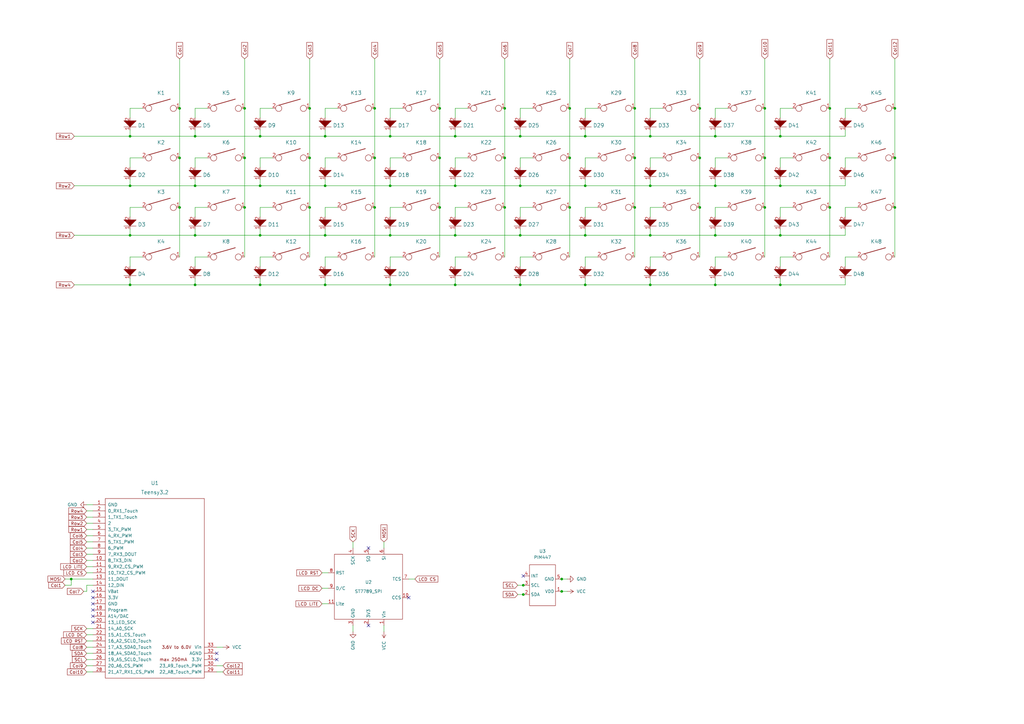
<source format=kicad_sch>
(kicad_sch (version 20211123) (generator eeschema)
  (paper "A3")
  (junction (at 133.35 55.88))
  (junction (at 266.7 76.2))
  (junction (at 207.01 64.77))
  (junction (at 53.34 116.84))
  (junction (at 240.03 76.2))
  (junction (at 180.34 64.77))
  (junction (at 240.03 116.84))
  (junction (at 160.02 55.88))
  (junction (at 260.35 85.09))
  (junction (at 127 64.77))
  (junction (at 287.02 85.09))
  (junction (at 53.34 55.88))
  (junction (at 266.7 96.52))
  (junction (at 240.03 55.88))
  (junction (at 29.21 237.49))
  (junction (at 213.36 55.88))
  (junction (at 180.34 44.45))
  (junction (at 186.69 116.84))
  (junction (at 153.67 64.77))
  (junction (at 233.68 64.77))
  (junction (at 320.04 55.88))
  (junction (at 240.03 96.52))
  (junction (at 313.69 85.09))
  (junction (at 320.04 96.52))
  (junction (at 320.04 116.84))
  (junction (at 127 85.09))
  (junction (at 100.33 85.09))
  (junction (at 213.36 116.84))
  (junction (at 53.34 76.2))
  (junction (at 80.01 55.88))
  (junction (at 313.69 64.77))
  (junction (at 367.03 85.09))
  (junction (at 100.33 44.45))
  (junction (at 80.01 76.2))
  (junction (at 213.36 76.2))
  (junction (at 133.35 116.84))
  (junction (at 320.04 76.2))
  (junction (at 106.68 55.88))
  (junction (at 287.02 44.45))
  (junction (at 293.37 96.52))
  (junction (at 214.63 240.03))
  (junction (at 127 44.45))
  (junction (at 260.35 64.77))
  (junction (at 230.378 242.57))
  (junction (at 293.37 116.84))
  (junction (at 207.01 44.45))
  (junction (at 207.01 85.09))
  (junction (at 340.36 44.45))
  (junction (at 367.03 44.45))
  (junction (at 213.36 96.52))
  (junction (at 186.69 76.2))
  (junction (at 367.03 64.77))
  (junction (at 106.68 116.84))
  (junction (at 287.02 64.77))
  (junction (at 293.37 76.2))
  (junction (at 186.69 96.52))
  (junction (at 160.02 76.2))
  (junction (at 340.36 64.77))
  (junction (at 160.02 116.84))
  (junction (at 233.68 85.09))
  (junction (at 160.02 96.52))
  (junction (at 73.66 85.09))
  (junction (at 293.37 55.88))
  (junction (at 340.36 85.09))
  (junction (at 80.01 116.84))
  (junction (at 266.7 116.84))
  (junction (at 313.69 44.45))
  (junction (at 106.68 76.2))
  (junction (at 153.67 85.09))
  (junction (at 73.66 64.77))
  (junction (at 153.67 44.45))
  (junction (at 233.68 44.45))
  (junction (at 186.69 55.88))
  (junction (at 133.35 76.2))
  (junction (at 100.33 64.77))
  (junction (at 80.01 96.52))
  (junction (at 266.7 55.88))
  (junction (at 73.66 44.45))
  (junction (at 260.35 44.45))
  (junction (at 53.34 96.52))
  (junction (at 180.34 85.09))
  (junction (at 230.378 237.49))
  (junction (at 133.35 96.52))
  (junction (at 106.68 96.52))
  (junction (at 214.63 243.84))
  (no_connect (at 151.13 224.79))
  (no_connect (at 214.63 236.22))
  (no_connect (at 167.64 245.11))
  (no_connect (at 151.13 256.54))
  (no_connect (at 88.9 267.97))
  (no_connect (at 88.9 270.51))
  (no_connect (at 38.1 255.27))
  (no_connect (at 38.1 252.73))
  (no_connect (at 38.1 250.19))
  (no_connect (at 38.1 247.65))
  (no_connect (at 38.1 242.57))
  (no_connect (at 38.1 245.11))
  (wire (pts (xy 266.7 85.09) (xy 271.78 85.09)))
  (wire (pts (xy 266.7 68.58) (xy 266.7 64.77)))
  (wire (pts (xy 266.7 76.2) (xy 293.37 76.2)))
  (wire (pts (xy 53.34 93.98) (xy 53.34 96.52)))
  (wire (pts (xy 160.02 48.26) (xy 160.02 44.45)))
  (wire (pts (xy 186.69 88.9) (xy 186.69 85.09)))
  (wire (pts (xy 293.37 68.58) (xy 293.37 64.77)))
  (wire (pts (xy 160.02 88.9) (xy 160.02 85.09)))
  (wire (pts (xy 160.02 76.2) (xy 186.69 76.2)))
  (wire (pts (xy 186.69 44.45) (xy 191.77 44.45)))
  (wire (pts (xy 80.01 53.34) (xy 80.01 55.88)))
  (wire (pts (xy 35.56 214.63) (xy 38.1 214.63)))
  (wire (pts (xy 160.02 64.77) (xy 165.1 64.77)))
  (wire (pts (xy 230.378 242.57) (xy 232.664 242.57)))
  (wire (pts (xy 212.344 243.84) (xy 214.63 243.84)))
  (wire (pts (xy 53.34 55.88) (xy 30.48 55.88)))
  (wire (pts (xy 35.56 240.03) (xy 38.1 240.03)))
  (wire (pts (xy 35.56 224.79) (xy 38.1 224.79)))
  (wire (pts (xy 313.69 44.45) (xy 313.69 64.77)))
  (wire (pts (xy 133.35 64.77) (xy 138.43 64.77)))
  (wire (pts (xy 266.7 109.22) (xy 266.7 105.41)))
  (wire (pts (xy 313.69 24.13) (xy 313.69 44.45)))
  (wire (pts (xy 233.68 64.77) (xy 233.68 85.09)))
  (wire (pts (xy 186.69 48.26) (xy 186.69 44.45)))
  (wire (pts (xy 293.37 109.22) (xy 293.37 105.41)))
  (wire (pts (xy 160.02 44.45) (xy 165.1 44.45)))
  (wire (pts (xy 35.56 260.35) (xy 38.1 260.35)))
  (wire (pts (xy 186.69 55.88) (xy 213.36 55.88)))
  (wire (pts (xy 160.02 68.58) (xy 160.02 64.77)))
  (wire (pts (xy 53.34 116.84) (xy 30.48 116.84)))
  (wire (pts (xy 133.35 73.66) (xy 133.35 76.2)))
  (wire (pts (xy 260.35 24.13) (xy 260.35 44.45)))
  (wire (pts (xy 132.08 247.65) (xy 134.62 247.65)))
  (wire (pts (xy 80.01 105.41) (xy 85.09 105.41)))
  (wire (pts (xy 80.01 48.26) (xy 80.01 44.45)))
  (wire (pts (xy 53.34 76.2) (xy 80.01 76.2)))
  (wire (pts (xy 127 44.45) (xy 127 64.77)))
  (wire (pts (xy 293.37 64.77) (xy 298.45 64.77)))
  (wire (pts (xy 213.36 44.45) (xy 218.44 44.45)))
  (wire (pts (xy 127 64.77) (xy 127 85.09)))
  (wire (pts (xy 35.56 207.01) (xy 38.1 207.01)))
  (wire (pts (xy 340.36 24.13) (xy 340.36 44.45)))
  (wire (pts (xy 240.03 73.66) (xy 240.03 76.2)))
  (wire (pts (xy 213.36 105.41) (xy 218.44 105.41)))
  (wire (pts (xy 320.04 85.09) (xy 325.12 85.09)))
  (wire (pts (xy 240.03 114.3) (xy 240.03 116.84)))
  (wire (pts (xy 320.04 73.66) (xy 320.04 76.2)))
  (wire (pts (xy 213.36 116.84) (xy 240.03 116.84)))
  (wire (pts (xy 266.7 48.26) (xy 266.7 44.45)))
  (wire (pts (xy 26.67 240.03) (xy 29.21 240.03)))
  (wire (pts (xy 106.68 109.22) (xy 106.68 105.41)))
  (wire (pts (xy 213.36 55.88) (xy 240.03 55.88)))
  (wire (pts (xy 80.01 85.09) (xy 85.09 85.09)))
  (wire (pts (xy 80.01 44.45) (xy 85.09 44.45)))
  (wire (pts (xy 106.68 93.98) (xy 106.68 96.52)))
  (wire (pts (xy 80.01 114.3) (xy 80.01 116.84)))
  (wire (pts (xy 346.71 85.09) (xy 351.79 85.09)))
  (wire (pts (xy 133.35 114.3) (xy 133.35 116.84)))
  (wire (pts (xy 80.01 64.77) (xy 85.09 64.77)))
  (wire (pts (xy 367.03 24.13) (xy 367.03 44.45)))
  (wire (pts (xy 186.69 73.66) (xy 186.69 76.2)))
  (wire (pts (xy 186.69 85.09) (xy 191.77 85.09)))
  (wire (pts (xy 133.35 116.84) (xy 160.02 116.84)))
  (wire (pts (xy 346.71 93.98) (xy 346.71 96.52)))
  (wire (pts (xy 293.37 48.26) (xy 293.37 44.45)))
  (wire (pts (xy 346.71 68.58) (xy 346.71 64.77)))
  (wire (pts (xy 53.34 85.09) (xy 58.42 85.09)))
  (wire (pts (xy 266.7 53.34) (xy 266.7 55.88)))
  (wire (pts (xy 207.01 44.45) (xy 207.01 64.77)))
  (wire (pts (xy 260.35 44.45) (xy 260.35 64.77)))
  (wire (pts (xy 287.02 64.77) (xy 287.02 85.09)))
  (wire (pts (xy 230.124 242.57) (xy 230.378 242.57)))
  (wire (pts (xy 320.04 105.41) (xy 325.12 105.41)))
  (wire (pts (xy 80.01 68.58) (xy 80.01 64.77)))
  (wire (pts (xy 266.7 44.45) (xy 271.78 44.45)))
  (wire (pts (xy 313.69 85.09) (xy 313.69 105.41)))
  (wire (pts (xy 35.56 232.41) (xy 38.1 232.41)))
  (wire (pts (xy 293.37 88.9) (xy 293.37 85.09)))
  (wire (pts (xy 100.33 44.45) (xy 100.33 64.77)))
  (wire (pts (xy 133.35 44.45) (xy 138.43 44.45)))
  (wire (pts (xy 100.33 85.09) (xy 100.33 105.41)))
  (wire (pts (xy 35.56 270.51) (xy 38.1 270.51)))
  (wire (pts (xy 367.03 44.45) (xy 367.03 64.77)))
  (wire (pts (xy 240.03 64.77) (xy 245.11 64.77)))
  (wire (pts (xy 35.56 217.17) (xy 38.1 217.17)))
  (wire (pts (xy 293.37 85.09) (xy 298.45 85.09)))
  (wire (pts (xy 35.56 265.43) (xy 38.1 265.43)))
  (wire (pts (xy 213.36 114.3) (xy 213.36 116.84)))
  (wire (pts (xy 80.01 93.98) (xy 80.01 96.52)))
  (wire (pts (xy 320.04 96.52) (xy 346.71 96.52)))
  (wire (pts (xy 266.7 114.3) (xy 266.7 116.84)))
  (wire (pts (xy 80.01 109.22) (xy 80.01 105.41)))
  (wire (pts (xy 346.71 109.22) (xy 346.71 105.41)))
  (wire (pts (xy 240.03 53.34) (xy 240.03 55.88)))
  (wire (pts (xy 287.02 44.45) (xy 287.02 64.77)))
  (wire (pts (xy 106.68 116.84) (xy 133.35 116.84)))
  (wire (pts (xy 346.71 48.26) (xy 346.71 44.45)))
  (wire (pts (xy 100.33 64.77) (xy 100.33 85.09)))
  (wire (pts (xy 35.56 229.87) (xy 38.1 229.87)))
  (wire (pts (xy 167.64 237.49) (xy 170.18 237.49)))
  (wire (pts (xy 35.56 212.09) (xy 38.1 212.09)))
  (wire (pts (xy 266.7 55.88) (xy 293.37 55.88)))
  (wire (pts (xy 133.35 105.41) (xy 138.43 105.41)))
  (wire (pts (xy 53.34 85.09) (xy 53.34 88.9)))
  (wire (pts (xy 106.68 55.88) (xy 133.35 55.88)))
  (wire (pts (xy 293.37 105.41) (xy 298.45 105.41)))
  (wire (pts (xy 240.03 88.9) (xy 240.03 85.09)))
  (wire (pts (xy 35.56 275.59) (xy 38.1 275.59)))
  (wire (pts (xy 367.03 85.09) (xy 367.03 105.41)))
  (wire (pts (xy 73.66 44.45) (xy 73.66 64.77)))
  (wire (pts (xy 293.37 114.3) (xy 293.37 116.84)))
  (wire (pts (xy 346.71 105.41) (xy 351.79 105.41)))
  (wire (pts (xy 144.78 256.54) (xy 144.78 259.08)))
  (wire (pts (xy 53.34 116.84) (xy 80.01 116.84)))
  (wire (pts (xy 53.34 64.77) (xy 58.42 64.77)))
  (wire (pts (xy 35.56 240.03) (xy 35.56 242.57)))
  (wire (pts (xy 346.71 64.77) (xy 351.79 64.77)))
  (wire (pts (xy 293.37 44.45) (xy 298.45 44.45)))
  (wire (pts (xy 240.03 93.98) (xy 240.03 96.52)))
  (wire (pts (xy 80.01 73.66) (xy 80.01 76.2)))
  (wire (pts (xy 266.7 64.77) (xy 271.78 64.77)))
  (wire (pts (xy 240.03 85.09) (xy 245.11 85.09)))
  (wire (pts (xy 287.02 24.13) (xy 287.02 44.45)))
  (wire (pts (xy 53.34 55.88) (xy 80.01 55.88)))
  (wire (pts (xy 213.36 53.34) (xy 213.36 55.88)))
  (wire (pts (xy 160.02 109.22) (xy 160.02 105.41)))
  (wire (pts (xy 340.36 64.77) (xy 340.36 85.09)))
  (wire (pts (xy 213.36 48.26) (xy 213.36 44.45)))
  (wire (pts (xy 180.34 44.45) (xy 180.34 64.77)))
  (wire (pts (xy 212.344 240.03) (xy 214.63 240.03)))
  (wire (pts (xy 186.69 76.2) (xy 213.36 76.2)))
  (wire (pts (xy 88.9 275.59) (xy 91.44 275.59)))
  (wire (pts (xy 260.35 85.09) (xy 260.35 105.41)))
  (wire (pts (xy 293.37 116.84) (xy 320.04 116.84)))
  (wire (pts (xy 186.69 53.34) (xy 186.69 55.88)))
  (wire (pts (xy 240.03 116.84) (xy 266.7 116.84)))
  (wire (pts (xy 320.04 48.26) (xy 320.04 44.45)))
  (wire (pts (xy 26.67 237.49) (xy 29.21 237.49)))
  (wire (pts (xy 260.35 64.77) (xy 260.35 85.09)))
  (wire (pts (xy 320.04 114.3) (xy 320.04 116.84)))
  (wire (pts (xy 53.34 44.45) (xy 53.34 48.26)))
  (wire (pts (xy 160.02 73.66) (xy 160.02 76.2)))
  (wire (pts (xy 313.69 64.77) (xy 313.69 85.09)))
  (wire (pts (xy 106.68 73.66) (xy 106.68 76.2)))
  (wire (pts (xy 266.7 96.52) (xy 293.37 96.52)))
  (wire (pts (xy 230.378 237.49) (xy 232.664 237.49)))
  (wire (pts (xy 88.9 273.05) (xy 91.44 273.05)))
  (wire (pts (xy 213.36 73.66) (xy 213.36 76.2)))
  (wire (pts (xy 53.34 64.77) (xy 53.34 68.58)))
  (wire (pts (xy 240.03 105.41) (xy 245.11 105.41)))
  (wire (pts (xy 160.02 93.98) (xy 160.02 96.52)))
  (wire (pts (xy 213.36 109.22) (xy 213.36 105.41)))
  (wire (pts (xy 207.01 85.09) (xy 207.01 105.41)))
  (wire (pts (xy 346.71 73.66) (xy 346.71 76.2)))
  (wire (pts (xy 106.68 68.58) (xy 106.68 64.77)))
  (wire (pts (xy 53.34 105.41) (xy 53.34 109.22)))
  (wire (pts (xy 29.21 237.49) (xy 38.1 237.49)))
  (wire (pts (xy 320.04 64.77) (xy 325.12 64.77)))
  (wire (pts (xy 133.35 88.9) (xy 133.35 85.09)))
  (wire (pts (xy 153.67 64.77) (xy 153.67 85.09)))
  (wire (pts (xy 106.68 64.77) (xy 111.76 64.77)))
  (wire (pts (xy 53.34 44.45) (xy 58.42 44.45)))
  (wire (pts (xy 213.36 88.9) (xy 213.36 85.09)))
  (wire (pts (xy 106.68 76.2) (xy 133.35 76.2)))
  (wire (pts (xy 233.68 24.13) (xy 233.68 44.45)))
  (wire (pts (xy 293.37 53.34) (xy 293.37 55.88)))
  (wire (pts (xy 186.69 68.58) (xy 186.69 64.77)))
  (wire (pts (xy 153.67 44.45) (xy 153.67 64.77)))
  (wire (pts (xy 133.35 85.09) (xy 138.43 85.09)))
  (wire (pts (xy 133.35 53.34) (xy 133.35 55.88)))
  (wire (pts (xy 320.04 88.9) (xy 320.04 85.09)))
  (wire (pts (xy 266.7 93.98) (xy 266.7 96.52)))
  (wire (pts (xy 186.69 114.3) (xy 186.69 116.84)))
  (wire (pts (xy 53.34 53.34) (xy 53.34 55.88)))
  (wire (pts (xy 320.04 44.45) (xy 325.12 44.45)))
  (wire (pts (xy 346.71 114.3) (xy 346.71 116.84)))
  (wire (pts (xy 213.36 96.52) (xy 240.03 96.52)))
  (wire (pts (xy 213.36 93.98) (xy 213.36 96.52)))
  (wire (pts (xy 320.04 68.58) (xy 320.04 64.77)))
  (wire (pts (xy 293.37 93.98) (xy 293.37 96.52)))
  (wire (pts (xy 213.36 85.09) (xy 218.44 85.09)))
  (wire (pts (xy 320.04 116.84) (xy 346.71 116.84)))
  (wire (pts (xy 133.35 76.2) (xy 160.02 76.2)))
  (wire (pts (xy 186.69 105.41) (xy 191.77 105.41)))
  (wire (pts (xy 160.02 55.88) (xy 186.69 55.88)))
  (wire (pts (xy 73.66 24.13) (xy 73.66 44.45)))
  (wire (pts (xy 35.56 227.33) (xy 38.1 227.33)))
  (wire (pts (xy 160.02 105.41) (xy 165.1 105.41)))
  (wire (pts (xy 133.35 48.26) (xy 133.35 44.45)))
  (wire (pts (xy 320.04 76.2) (xy 346.71 76.2)))
  (wire (pts (xy 180.34 24.13) (xy 180.34 44.45)))
  (wire (pts (xy 214.63 240.03) (xy 214.884 240.03)))
  (wire (pts (xy 180.34 64.77) (xy 180.34 85.09)))
  (wire (pts (xy 80.01 55.88) (xy 106.68 55.88)))
  (wire (pts (xy 214.63 243.84) (xy 214.884 243.84)))
  (wire (pts (xy 106.68 114.3) (xy 106.68 116.84)))
  (wire (pts (xy 287.02 85.09) (xy 287.02 105.41)))
  (wire (pts (xy 233.68 85.09) (xy 233.68 105.41)))
  (wire (pts (xy 153.67 85.09) (xy 153.67 105.41)))
  (wire (pts (xy 266.7 105.41) (xy 271.78 105.41)))
  (wire (pts (xy 213.36 76.2) (xy 240.03 76.2)))
  (wire (pts (xy 230.124 237.49) (xy 230.378 237.49)))
  (wire (pts (xy 266.7 116.84) (xy 293.37 116.84)))
  (wire (pts (xy 132.08 241.3) (xy 134.62 241.3)))
  (wire (pts (xy 133.35 109.22) (xy 133.35 105.41)))
  (wire (pts (xy 80.01 96.52) (xy 106.68 96.52)))
  (wire (pts (xy 367.03 64.77) (xy 367.03 85.09)))
  (wire (pts (xy 266.7 88.9) (xy 266.7 85.09)))
  (wire (pts (xy 213.36 68.58) (xy 213.36 64.77)))
  (wire (pts (xy 293.37 76.2) (xy 320.04 76.2)))
  (wire (pts (xy 157.48 222.25) (xy 157.48 224.79)))
  (wire (pts (xy 213.36 64.77) (xy 218.44 64.77)))
  (wire (pts (xy 240.03 68.58) (xy 240.03 64.77)))
  (wire (pts (xy 106.68 88.9) (xy 106.68 85.09)))
  (wire (pts (xy 346.71 53.34) (xy 346.71 55.88)))
  (wire (pts (xy 346.71 44.45) (xy 351.79 44.45)))
  (wire (pts (xy 29.21 240.03) (xy 29.21 237.49)))
  (wire (pts (xy 106.68 85.09) (xy 111.76 85.09)))
  (wire (pts (xy 100.33 24.13) (xy 100.33 44.45)))
  (wire (pts (xy 207.01 64.77) (xy 207.01 85.09)))
  (wire (pts (xy 132.08 234.95) (xy 134.62 234.95)))
  (wire (pts (xy 73.66 85.09) (xy 73.66 105.41)))
  (wire (pts (xy 106.68 48.26) (xy 106.68 44.45)))
  (wire (pts (xy 160.02 85.09) (xy 165.1 85.09)))
  (wire (pts (xy 106.68 105.41) (xy 111.76 105.41)))
  (wire (pts (xy 320.04 93.98) (xy 320.04 96.52)))
  (wire (pts (xy 320.04 53.34) (xy 320.04 55.88)))
  (wire (pts (xy 35.56 257.81) (xy 38.1 257.81)))
  (wire (pts (xy 186.69 93.98) (xy 186.69 96.52)))
  (wire (pts (xy 73.66 64.77) (xy 73.66 85.09)))
  (wire (pts (xy 127 24.13) (xy 127 44.45)))
  (wire (pts (xy 160.02 53.34) (xy 160.02 55.88)))
  (wire (pts (xy 53.34 73.66) (xy 53.34 76.2)))
  (wire (pts (xy 320.04 55.88) (xy 346.71 55.88)))
  (wire (pts (xy 240.03 55.88) (xy 266.7 55.88)))
  (wire (pts (xy 160.02 96.52) (xy 186.69 96.52)))
  (wire (pts (xy 35.56 219.71) (xy 38.1 219.71)))
  (wire (pts (xy 160.02 116.84) (xy 186.69 116.84)))
  (wire (pts (xy 35.56 262.89) (xy 38.1 262.89)))
  (wire (pts (xy 186.69 96.52) (xy 213.36 96.52)))
  (wire (pts (xy 35.56 273.05) (xy 38.1 273.05)))
  (wire (pts (xy 186.69 116.84) (xy 213.36 116.84)))
  (wire (pts (xy 186.69 64.77) (xy 191.77 64.77)))
  (wire (pts (xy 35.56 267.97) (xy 38.1 267.97)))
  (wire (pts (xy 240.03 44.45) (xy 245.11 44.45)))
  (wire (pts (xy 320.04 109.22) (xy 320.04 105.41)))
  (wire (pts (xy 35.56 242.57) (xy 34.29 242.57)))
  (wire (pts (xy 186.69 109.22) (xy 186.69 105.41)))
  (wire (pts (xy 106.68 44.45) (xy 111.76 44.45)))
  (wire (pts (xy 233.68 44.45) (xy 233.68 64.77)))
  (wire (pts (xy 144.78 222.25) (xy 144.78 224.79)))
  (wire (pts (xy 88.9 265.43) (xy 91.44 265.43)))
  (wire (pts (xy 53.34 76.2) (xy 30.48 76.2)))
  (wire (pts (xy 106.68 96.52) (xy 133.35 96.52)))
  (wire (pts (xy 53.34 105.41) (xy 58.42 105.41)))
  (wire (pts (xy 133.35 93.98) (xy 133.35 96.52)))
  (wire (pts (xy 53.34 114.3) (xy 53.34 116.84)))
  (wire (pts (xy 160.02 114.3) (xy 160.02 116.84)))
  (wire (pts (xy 153.67 24.13) (xy 153.67 44.45)))
  (wire (pts (xy 293.37 55.88) (xy 320.04 55.88)))
  (wire (pts (xy 207.01 24.13) (xy 207.01 44.45)))
  (wire (pts (xy 80.01 76.2) (xy 106.68 76.2)))
  (wire (pts (xy 35.56 234.95) (xy 38.1 234.95)))
  (wire (pts (xy 240.03 96.52) (xy 266.7 96.52)))
  (wire (pts (xy 133.35 96.52) (xy 160.02 96.52)))
  (wire (pts (xy 266.7 73.66) (xy 266.7 76.2)))
  (wire (pts (xy 53.34 96.52) (xy 30.48 96.52)))
  (wire (pts (xy 180.34 85.09) (xy 180.34 105.41)))
  (wire (pts (xy 340.36 44.45) (xy 340.36 64.77)))
  (wire (pts (xy 240.03 109.22) (xy 240.03 105.41)))
  (wire (pts (xy 293.37 73.66) (xy 293.37 76.2)))
  (wire (pts (xy 240.03 48.26) (xy 240.03 44.45)))
  (wire (pts (xy 346.71 88.9) (xy 346.71 85.09)))
  (wire (pts (xy 340.36 85.09) (xy 340.36 105.41)))
  (wire (pts (xy 53.34 96.52) (xy 80.01 96.52)))
  (wire (pts (xy 157.48 256.54) (xy 157.48 259.08)))
  (wire (pts (xy 133.35 55.88) (xy 160.02 55.88)))
  (wire (pts (xy 133.35 68.58) (xy 133.35 64.77)))
  (wire (pts (xy 35.56 222.25) (xy 38.1 222.25)))
  (wire (pts (xy 80.01 88.9) (xy 80.01 85.09)))
  (wire (pts (xy 80.01 116.84) (xy 106.68 116.84)))
  (wire (pts (xy 127 85.09) (xy 127 105.41)))
  (wire (pts (xy 106.68 53.34) (xy 106.68 55.88)))
  (wire (pts (xy 293.37 96.52) (xy 320.04 96.52)))
  (wire (pts (xy 240.03 76.2) (xy 266.7 76.2)))
  (wire (pts (xy 35.56 209.55) (xy 38.1 209.55)))
  (global_label "LCD CS" (shape input) (at 170.18 237.49 0) (property "Intersheet References" "${INTERSHEET_REFS}" (effects hide)))
  (global_label "Col11" (shape input) (at 340.36 24.13 90) (property "Intersheet References" "${INTERSHEET_REFS}" (effects hide)))
  (global_label "LCD DC" (shape input) (at 132.08 241.3 180) (property "Intersheet References" "${INTERSHEET_REFS}" (effects hide)))
  (global_label "Row4" (shape input) (at 30.48 116.84 180) (property "Intersheet References" "${INTERSHEET_REFS}" (effects hide)))
  (global_label "Row2" (shape input) (at 35.56 214.63 180) (property "Intersheet References" "${INTERSHEET_REFS}" (effects hide)))
  (global_label "Col1" (shape input) (at 73.66 24.13 90) (property "Intersheet References" "${INTERSHEET_REFS}" (effects hide)))
  (global_label "Col7" (shape input) (at 233.68 24.13 90) (property "Intersheet References" "${INTERSHEET_REFS}" (effects hide)))
  (global_label "Col5" (shape input) (at 180.34 24.13 90) (property "Intersheet References" "${INTERSHEET_REFS}" (effects hide)))
  (global_label "Row1" (shape input) (at 35.56 217.17 180) (property "Intersheet References" "${INTERSHEET_REFS}" (effects hide)))
  (global_label "LCD LITE" (shape input) (at 35.56 232.41 180) (property "Intersheet References" "${INTERSHEET_REFS}" (effects hide)))
  (global_label "Col8" (shape input) (at 35.56 265.43 180) (property "Intersheet References" "${INTERSHEET_REFS}" (effects hide)))
  (global_label "Row3" (shape input) (at 35.56 212.09 180) (property "Intersheet References" "${INTERSHEET_REFS}" (effects hide)))
  (global_label "SDA" (shape input) (at 35.56 267.97 180) (property "Intersheet References" "${INTERSHEET_REFS}" (effects hide)))
  (global_label "Col2" (shape input) (at 35.56 229.87 180) (property "Intersheet References" "${INTERSHEET_REFS}" (effects hide)))
  (global_label "Col3" (shape input) (at 127 24.13 90) (property "Intersheet References" "${INTERSHEET_REFS}" (effects hide)))
  (global_label "Row3" (shape input) (at 30.48 96.52 180) (property "Intersheet References" "${INTERSHEET_REFS}" (effects hide)))
  (global_label "Col8" (shape input) (at 260.35 24.13 90) (property "Intersheet References" "${INTERSHEET_REFS}" (effects hide)))
  (global_label "Col5" (shape input) (at 35.56 222.25 180) (property "Intersheet References" "${INTERSHEET_REFS}" (effects hide)))
  (global_label "Col9" (shape input) (at 287.02 24.13 90) (property "Intersheet References" "${INTERSHEET_REFS}" (effects hide)))
  (global_label "Row1" (shape input) (at 30.48 55.88 180) (property "Intersheet References" "${INTERSHEET_REFS}" (effects hide)))
  (global_label "Col11" (shape input) (at 91.44 275.59 0) (property "Intersheet References" "${INTERSHEET_REFS}" (effects hide)))
  (global_label "Col1" (shape input) (at 26.67 240.03 180) (property "Intersheet References" "${INTERSHEET_REFS}" (effects hide)))
  (global_label "Col2" (shape input) (at 100.33 24.13 90) (property "Intersheet References" "${INTERSHEET_REFS}" (effects hide)))
  (global_label "Row2" (shape input) (at 30.48 76.2 180) (property "Intersheet References" "${INTERSHEET_REFS}" (effects hide)))
  (global_label "Col6" (shape input) (at 207.01 24.13 90) (property "Intersheet References" "${INTERSHEET_REFS}" (effects hide)))
  (global_label "Col10" (shape input) (at 313.69 24.13 90) (property "Intersheet References" "${INTERSHEET_REFS}" (effects hide)))
  (global_label "Col12" (shape input) (at 91.44 273.05 0) (property "Intersheet References" "${INTERSHEET_REFS}" (effects hide)))
  (global_label "SCK" (shape input) (at 35.56 257.81 180) (property "Intersheet References" "${INTERSHEET_REFS}" (effects hide)))
  (global_label "LCD CS" (shape input) (at 35.56 234.95 180) (property "Intersheet References" "${INTERSHEET_REFS}" (effects hide)))
  (global_label "Col3" (shape input) (at 35.56 227.33 180) (property "Intersheet References" "${INTERSHEET_REFS}" (effects hide)))
  (global_label "MOSI" (shape input) (at 157.48 222.25 90) (property "Intersheet References" "${INTERSHEET_REFS}" (effects hide)))
  (global_label "MOSI" (shape input) (at 26.67 237.49 180) (property "Intersheet References" "${INTERSHEET_REFS}" (effects hide)))
  (global_label "Col10" (shape input) (at 35.56 275.59 180) (property "Intersheet References" "${INTERSHEET_REFS}" (effects hide)))
  (global_label "SDA" (shape input) (at 212.344 243.84 180) (property "Intersheet References" "${INTERSHEET_REFS}" (effects hide)))
  (global_label "SCL" (shape input) (at 35.56 270.51 180) (property "Intersheet References" "${INTERSHEET_REFS}" (effects hide)))
  (global_label "SCK" (shape input) (at 144.78 222.25 90) (property "Intersheet References" "${INTERSHEET_REFS}" (effects hide)))
  (global_label "LCD RST" (shape input) (at 35.56 262.89 180) (property "Intersheet References" "${INTERSHEET_REFS}" (effects hide)))
  (global_label "Col4" (shape input) (at 35.56 224.79 180) (property "Intersheet References" "${INTERSHEET_REFS}" (effects hide)))
  (global_label "Col12" (shape input) (at 367.03 24.13 90) (property "Intersheet References" "${INTERSHEET_REFS}" (effects hide)))
  (global_label "Col4" (shape input) (at 153.67 24.13 90) (property "Intersheet References" "${INTERSHEET_REFS}" (effects hide)))
  (global_label "LCD LITE" (shape input) (at 132.08 247.65 180) (property "Intersheet References" "${INTERSHEET_REFS}" (effects hide)))
  (global_label "Col6" (shape input) (at 35.56 219.71 180) (property "Intersheet References" "${INTERSHEET_REFS}" (effects hide)))
  (global_label "Row4" (shape input) (at 35.56 209.55 180) (property "Intersheet References" "${INTERSHEET_REFS}" (effects hide)))
  (global_label "SCL" (shape input) (at 212.344 240.03 180) (property "Intersheet References" "${INTERSHEET_REFS}" (effects hide)))
  (global_label "Col7" (shape input) (at 34.29 242.57 180) (property "Intersheet References" "${INTERSHEET_REFS}" (effects hide)))
  (global_label "LCD RST" (shape input) (at 132.08 234.95 180) (property "Intersheet References" "${INTERSHEET_REFS}" (effects hide)))
  (global_label "Col9" (shape input) (at 35.56 273.05 180) (property "Intersheet References" "${INTERSHEET_REFS}" (effects hide)))
  (global_label "LCD DC" (shape input) (at 35.56 260.35 180) (property "Intersheet References" "${INTERSHEET_REFS}" (effects hide)))
  (symbol (lib_id "kicad_lib_tmk:D") (at 133.35 72.39 180) (unit 1)
    (property "Reference" "D14" (at 136.525 71.755 0) (effects (font (size 1.524 1.524)) (justify right)))
    (property "Value" "D" (effects hide))
    (property "Footprint" "my_lib:1N4148" (effects hide))
  )
  (symbol (lib_id "kicad_lib_tmk:KEYSW") (at 252.73 105.41 0) (unit 1)
    (property "Reference" "K32" (at 252.73 99.06 0) (effects (font (size 1.524 1.524))))
    (property "Value" "KEYSW" (effects hide))
    (property "Footprint" "my_lib:MX-1U-Hotswap-Antishear-flipped" (effects hide))
  )
  (symbol (lib_id "kicad_lib_tmk:KEYSW") (at 279.4 85.09 0) (unit 1)
    (property "Reference" "K35" (at 279.4 78.74 0) (effects (font (size 1.524 1.524))))
    (property "Value" "KEYSW" (effects hide))
    (property "Footprint" "my_lib:MX-1U-Hotswap-Antishear-flipped" (effects hide))
  )
  (symbol (lib_id "kicad_lib_tmk:D") (at 160.02 72.39 180) (unit 1)
    (property "Reference" "D18" (at 163.195 71.755 0) (effects (font (size 1.524 1.524)) (justify right)))
    (property "Value" "D" (effects hide))
    (property "Footprint" "my_lib:1N4148" (effects hide))
  )
  (symbol (lib_id "kicad_lib_tmk:D") (at 186.69 113.03 180) (unit 1)
    (property "Reference" "D24" (at 189.865 112.395 0) (effects (font (size 1.524 1.524)) (justify right)))
    (property "Value" "D" (effects hide))
    (property "Footprint" "my_lib:1N4148" (effects hide))
  )
  (symbol (lib_id "kicad_lib_tmk:D") (at 240.03 113.03 180) (unit 1)
    (property "Reference" "D32" (at 243.205 112.395 0) (effects (font (size 1.524 1.524)) (justify right)))
    (property "Value" "D" (effects hide))
    (property "Footprint" "my_lib:1N4148" (effects hide))
  )
  (symbol (lib_id "kicad_lib_tmk:D") (at 346.71 92.71 180) (unit 1)
    (property "Reference" "D47" (at 349.885 92.075 0) (effects (font (size 1.524 1.524)) (justify right)))
    (property "Value" "D" (effects hide))
    (property "Footprint" "my_lib:1N4148" (effects hide))
  )
  (symbol (lib_id "kicad_lib_tmk:D") (at 266.7 92.71 180) (unit 1)
    (property "Reference" "D35" (at 269.875 92.075 0) (effects (font (size 1.524 1.524)) (justify right)))
    (property "Value" "D" (effects hide))
    (property "Footprint" "my_lib:1N4148" (effects hide))
  )
  (symbol (lib_id "kicad_lib_tmk:KEYSW") (at 332.74 44.45 0) (unit 1)
    (property "Reference" "K41" (at 332.74 38.1 0) (effects (font (size 1.524 1.524))))
    (property "Value" "KEYSW" (effects hide))
    (property "Footprint" "my_lib:MX-1U-Hotswap-Antishear-flipped" (effects hide))
  )
  (symbol (lib_id "kicad_lib_tmk:KEYSW") (at 172.72 105.41 0) (unit 1)
    (property "Reference" "K20" (at 172.72 99.06 0) (effects (font (size 1.524 1.524))))
    (property "Value" "KEYSW" (effects hide))
    (property "Footprint" "my_lib:MX-1U-Hotswap-Antishear-flipped" (effects hide))
  )
  (symbol (lib_id "power:GND") (at 232.664 237.49 90) (unit 1)
    (property "Reference" "#PWR05" (effects hide))
    (property "Value" "GND" (at 236.474 237.4899 90) (effects (justify right)))
  )
  (symbol (lib_id "kicad_lib_tmk:KEYSW") (at 172.72 44.45 0) (unit 1)
    (property "Reference" "K17" (at 172.72 38.1 0) (effects (font (size 1.524 1.524))))
    (property "Value" "KEYSW" (effects hide))
    (property "Footprint" "my_lib:MX-1U-Hotswap-Antishear-flipped" (effects hide))
  )
  (symbol (lib_id "kicad_lib_tmk:KEYSW") (at 199.39 44.45 0) (unit 1)
    (property "Reference" "K21" (at 199.39 38.1 0) (effects (font (size 1.524 1.524))))
    (property "Value" "KEYSW" (effects hide))
    (property "Footprint" "my_lib:MX-1U-Hotswap-Antishear-flipped" (effects hide))
  )
  (symbol (lib_id "kicad_lib_tmk:D") (at 106.68 72.39 180) (unit 1)
    (property "Reference" "D10" (at 109.855 71.755 0) (effects (font (size 1.524 1.524)) (justify right)))
    (property "Value" "D" (effects hide))
    (property "Footprint" "my_lib:1N4148" (effects hide))
  )
  (symbol (lib_id "kicad_lib_tmk:D") (at 346.71 113.03 180) (unit 1)
    (property "Reference" "D48" (at 349.885 112.395 0) (effects (font (size 1.524 1.524)) (justify right)))
    (property "Value" "D" (effects hide))
    (property "Footprint" "my_lib:1N4148" (effects hide))
  )
  (symbol (lib_id "kicad_lib_tmk:KEYSW") (at 146.05 85.09 0) (unit 1)
    (property "Reference" "K15" (at 146.05 78.74 0) (effects (font (size 1.524 1.524))))
    (property "Value" "KEYSW" (effects hide))
    (property "Footprint" "my_lib:MX-1U-Hotswap-Antishear-flipped" (effects hide))
  )
  (symbol (lib_id "kicad_lib_tmk:KEYSW") (at 306.07 105.41 0) (unit 1)
    (property "Reference" "K40" (at 306.07 99.06 0) (effects (font (size 1.524 1.524))))
    (property "Value" "KEYSW" (effects hide))
    (property "Footprint" "my_lib:MX-1U-Hotswap-Antishear-flipped" (effects hide))
  )
  (symbol (lib_id "kicad_lib_tmk:KEYSW") (at 306.07 85.09 0) (unit 1)
    (property "Reference" "K39" (at 306.07 78.74 0) (effects (font (size 1.524 1.524))))
    (property "Value" "KEYSW" (effects hide))
    (property "Footprint" "my_lib:MX-1U-Hotswap-Antishear-flipped" (effects hide))
  )
  (symbol (lib_id "kicad_lib_tmk:KEYSW") (at 279.4 64.77 0) (unit 1)
    (property "Reference" "K34" (at 279.4 58.42 0) (effects (font (size 1.524 1.524))))
    (property "Value" "KEYSW" (effects hide))
    (property "Footprint" "my_lib:MX-1U-Hotswap-Antishear-flipped" (effects hide))
  )
  (symbol (lib_id "kicad_lib_tmk:KEYSW") (at 359.41 64.77 0) (unit 1)
    (property "Reference" "K46" (at 359.41 58.42 0) (effects (font (size 1.524 1.524))))
    (property "Value" "KEYSW" (effects hide))
    (property "Footprint" "my_lib:MX-1U-Hotswap-Antishear-flipped" (effects hide))
  )
  (symbol (lib_id "kicad_lib_tmk:KEYSW") (at 226.06 85.09 0) (unit 1)
    (property "Reference" "K27" (at 226.06 78.74 0) (effects (font (size 1.524 1.524))))
    (property "Value" "KEYSW" (effects hide))
    (property "Footprint" "my_lib:MX-1U-Hotswap-Antishear-flipped" (effects hide))
  )
  (symbol (lib_id "kicad_lib_tmk:KEYSW") (at 146.05 105.41 0) (unit 1)
    (property "Reference" "K16" (at 146.05 99.06 0) (effects (font (size 1.524 1.524))))
    (property "Value" "KEYSW" (effects hide))
    (property "Footprint" "my_lib:MX-1U-Hotswap-Antishear-flipped" (effects hide))
  )
  (symbol (lib_id "kicad_lib_tmk:KEYSW") (at 252.73 64.77 0) (unit 1)
    (property "Reference" "K30" (at 252.73 58.42 0) (effects (font (size 1.524 1.524))))
    (property "Value" "KEYSW" (effects hide))
    (property "Footprint" "my_lib:MX-1U-Hotswap-Antishear-flipped" (effects hide))
  )
  (symbol (lib_id "kicad_lib_tmk:D") (at 346.71 52.07 180) (unit 1)
    (property "Reference" "D45" (at 349.885 51.435 0) (effects (font (size 1.524 1.524)) (justify right)))
    (property "Value" "D" (effects hide))
    (property "Footprint" "my_lib:1N4148" (effects hide))
  )
  (symbol (lib_id "kicad_lib_tmk:D") (at 160.02 92.71 180) (unit 1)
    (property "Reference" "D19" (at 163.195 92.075 0) (effects (font (size 1.524 1.524)) (justify right)))
    (property "Value" "D" (effects hide))
    (property "Footprint" "my_lib:1N4148" (effects hide))
  )
  (symbol (lib_id "kicad_lib_tmk:KEYSW") (at 359.41 85.09 0) (unit 1)
    (property "Reference" "K47" (at 359.41 78.74 0) (effects (font (size 1.524 1.524))))
    (property "Value" "KEYSW" (effects hide))
    (property "Footprint" "my_lib:MX-1U-Hotswap-Antishear-flipped" (effects hide))
  )
  (symbol (lib_id "kicad_lib_tmk:D") (at 80.01 52.07 180) (unit 1)
    (property "Reference" "D5" (at 83.185 51.435 0) (effects (font (size 1.524 1.524)) (justify right)))
    (property "Value" "D" (effects hide))
    (property "Footprint" "my_lib:1N4148" (effects hide))
  )
  (symbol (lib_id "kicad_lib_tmk:KEYSW") (at 199.39 64.77 0) (unit 1)
    (property "Reference" "K22" (at 199.39 58.42 0) (effects (font (size 1.524 1.524))))
    (property "Value" "KEYSW" (effects hide))
    (property "Footprint" "my_lib:MX-1U-Hotswap-Antishear-flipped" (effects hide))
  )
  (symbol (lib_id "kicad_lib_tmk:KEYSW") (at 146.05 44.45 0) (unit 1)
    (property "Reference" "K13" (at 146.05 38.1 0) (effects (font (size 1.524 1.524))))
    (property "Value" "KEYSW" (effects hide))
    (property "Footprint" "my_lib:MX-1U-Hotswap-Antishear-flipped" (effects hide))
  )
  (symbol (lib_id "kicad_lib_tmk:KEYSW") (at 226.06 105.41 0) (unit 1)
    (property "Reference" "K28" (at 226.06 99.06 0) (effects (font (size 1.524 1.524))))
    (property "Value" "KEYSW" (effects hide))
    (property "Footprint" "my_lib:MX-1U-Hotswap-Antishear-flipped" (effects hide))
  )
  (symbol (lib_id "kicad_lib_tmk:D") (at 53.34 113.03 180) (unit 1)
    (property "Reference" "D4" (at 56.515 112.395 0) (effects (font (size 1.524 1.524)) (justify right)))
    (property "Value" "D" (effects hide))
    (property "Footprint" "my_lib:1N4148" (effects hide))
  )
  (symbol (lib_id "kicad_lib_tmk:D") (at 213.36 52.07 180) (unit 1)
    (property "Reference" "D25" (at 216.535 51.435 0) (effects (font (size 1.524 1.524)) (justify right)))
    (property "Value" "D" (effects hide))
    (property "Footprint" "my_lib:1N4148" (effects hide))
  )
  (symbol (lib_id "kicad_lib_tmk:KEYSW") (at 252.73 44.45 0) (unit 1)
    (property "Reference" "K29" (at 252.73 38.1 0) (effects (font (size 1.524 1.524))))
    (property "Value" "KEYSW" (effects hide))
    (property "Footprint" "my_lib:MX-1U-Hotswap-Antishear-flipped" (effects hide))
  )
  (symbol (lib_id "kicad_lib_tmk:D") (at 266.7 52.07 180) (unit 1)
    (property "Reference" "D33" (at 269.875 51.435 0) (effects (font (size 1.524 1.524)) (justify right)))
    (property "Value" "D" (effects hide))
    (property "Footprint" "my_lib:1N4148" (effects hide))
  )
  (symbol (lib_id "kicad_lib_tmk:KEYSW") (at 306.07 44.45 0) (unit 1)
    (property "Reference" "K37" (at 306.07 38.1 0) (effects (font (size 1.524 1.524))))
    (property "Value" "KEYSW" (effects hide))
    (property "Footprint" "my_lib:MX-1U-Hotswap-Antishear-flipped" (effects hide))
  )
  (symbol (lib_id "kicad_lib_tmk:KEYSW") (at 66.04 105.41 0) (unit 1)
    (property "Reference" "K4" (at 66.04 99.06 0) (effects (font (size 1.524 1.524))))
    (property "Value" "KEYSW" (effects hide))
    (property "Footprint" "my_lib:MX-1U-Hotswap-Antishear-flipped" (effects hide))
  )
  (symbol (lib_id "kicad_lib_tmk:D") (at 240.03 92.71 180) (unit 1)
    (property "Reference" "D31" (at 243.205 92.075 0) (effects (font (size 1.524 1.524)) (justify right)))
    (property "Value" "D" (effects hide))
    (property "Footprint" "my_lib:1N4148" (effects hide))
  )
  (symbol (lib_id "kicad_lib_tmk:D") (at 320.04 52.07 180) (unit 1)
    (property "Reference" "D41" (at 323.215 51.435 0) (effects (font (size 1.524 1.524)) (justify right)))
    (property "Value" "D" (effects hide))
    (property "Footprint" "my_lib:1N4148" (effects hide))
  )
  (symbol (lib_id "kicad_lib_tmk:KEYSW") (at 92.71 105.41 0) (unit 1)
    (property "Reference" "K8" (at 92.71 99.06 0) (effects (font (size 1.524 1.524))))
    (property "Value" "KEYSW" (effects hide))
    (property "Footprint" "my_lib:MX-1U-Hotswap-Antishear-flipped" (effects hide))
  )
  (symbol (lib_id "kicad_lib_tmk:D") (at 53.34 72.39 180) (unit 1)
    (property "Reference" "D2" (at 56.515 71.755 0) (effects (font (size 1.524 1.524)) (justify right)))
    (property "Value" "D" (effects hide))
    (property "Footprint" "my_lib:1N4148" (effects hide))
  )
  (symbol (lib_id "kicad_lib_tmk:D") (at 53.34 92.71 180) (unit 1)
    (property "Reference" "D3" (at 56.515 92.075 0) (effects (font (size 1.524 1.524)) (justify right)))
    (property "Value" "D" (effects hide))
    (property "Footprint" "my_lib:1N4148" (effects hide))
  )
  (symbol (lib_id "kicad_lib_tmk:KEYSW") (at 359.41 105.41 0) (unit 1)
    (property "Reference" "K48" (at 359.41 99.06 0) (effects (font (size 1.524 1.524))))
    (property "Value" "KEYSW" (effects hide))
    (property "Footprint" "my_lib:MX-1U-Hotswap-Antishear-flipped" (effects hide))
  )
  (symbol (lib_id "kicad_lib_tmk:D") (at 293.37 72.39 180) (unit 1)
    (property "Reference" "D38" (at 296.545 71.755 0) (effects (font (size 1.524 1.524)) (justify right)))
    (property "Value" "D" (effects hide))
    (property "Footprint" "my_lib:1N4148" (effects hide))
  )
  (symbol (lib_id "power:VCC") (at 91.44 265.43 270) (unit 1)
    (property "Reference" "#PWR02" (effects hide))
    (property "Value" "VCC" (at 95.25 265.4299 90) (effects (justify left)))
  )
  (symbol (lib_id "power:GND") (at 35.56 207.01 270) (unit 1)
    (property "Reference" "#PWR01" (effects hide))
    (property "Value" "GND" (at 31.75 207.0099 90) (effects (justify right)))
  )
  (symbol (lib_id "kicad_lib_tmk:D") (at 80.01 92.71 180) (unit 1)
    (property "Reference" "D7" (at 83.185 92.075 0) (effects (font (size 1.524 1.524)) (justify right)))
    (property "Value" "D" (effects hide))
    (property "Footprint" "my_lib:1N4148" (effects hide))
  )
  (symbol (lib_id "kicad_lib_tmk:KEYSW") (at 332.74 64.77 0) (unit 1)
    (property "Reference" "K42" (at 332.74 58.42 0) (effects (font (size 1.524 1.524))))
    (property "Value" "KEYSW" (effects hide))
    (property "Footprint" "my_lib:MX-1U-Hotswap-Antishear-flipped" (effects hide))
  )
  (symbol (lib_id "kicad_lib_tmk:D") (at 240.03 52.07 180) (unit 1)
    (property "Reference" "D29" (at 243.205 51.435 0) (effects (font (size 1.524 1.524)) (justify right)))
    (property "Value" "D" (effects hide))
    (property "Footprint" "my_lib:1N4148" (effects hide))
  )
  (symbol (lib_id "kicad_lib_tmk:KEYSW") (at 199.39 85.09 0) (unit 1)
    (property "Reference" "K23" (at 199.39 78.74 0) (effects (font (size 1.524 1.524))))
    (property "Value" "KEYSW" (effects hide))
    (property "Footprint" "my_lib:MX-1U-Hotswap-Antishear-flipped" (effects hide))
  )
  (symbol (lib_id "kicad_lib_tmk:D") (at 133.35 92.71 180) (unit 1)
    (property "Reference" "D15" (at 136.525 92.075 0) (effects (font (size 1.524 1.524)) (justify right)))
    (property "Value" "D" (effects hide))
    (property "Footprint" "my_lib:1N4148" (effects hide))
  )
  (symbol (lib_id "kicad_lib_tmk:D") (at 106.68 92.71 180) (unit 1)
    (property "Reference" "D11" (at 109.855 92.075 0) (effects (font (size 1.524 1.524)) (justify right)))
    (property "Value" "D" (effects hide))
    (property "Footprint" "my_lib:1N4148" (effects hide))
  )
  (symbol (lib_id "kicad_lib_tmk:KEYSW") (at 306.07 64.77 0) (unit 1)
    (property "Reference" "K38" (at 306.07 58.42 0) (effects (font (size 1.524 1.524))))
    (property "Value" "KEYSW" (effects hide))
    (property "Footprint" "my_lib:MX-1U-Hotswap-Antishear-flipped" (effects hide))
  )
  (symbol (lib_id "kicad_lib_tmk:D") (at 213.36 72.39 180) (unit 1)
    (property "Reference" "D26" (at 216.535 71.755 0) (effects (font (size 1.524 1.524)) (justify right)))
    (property "Value" "D" (effects hide))
    (property "Footprint" "my_lib:1N4148" (effects hide))
  )
  (symbol (lib_id "teensy:Teensy3.2") (at 63.5 241.3 0) (unit 1)
    (property "Reference" "U1" (at 63.5 198.12 0) (effects (font (size 1.524 1.524))))
    (property "Value" "Teensy3.2" (at 63.5 201.93 0) (effects (font (size 1.524 1.524))))
    (property "Footprint" "my_lib:Teensy32" (effects hide))
  )
  (symbol (lib_id "kicad_lib_tmk:KEYSW") (at 66.04 64.77 0) (unit 1)
    (property "Reference" "K2" (at 66.04 58.42 0) (effects (font (size 1.524 1.524))))
    (property "Value" "KEYSW" (effects hide))
    (property "Footprint" "my_lib:MX-1U-Hotswap-Antishear-flipped" (effects hide))
  )
  (symbol (lib_id "kicad_lib_tmk:KEYSW") (at 226.06 44.45 0) (unit 1)
    (property "Reference" "K25" (at 226.06 38.1 0) (effects (font (size 1.524 1.524))))
    (property "Value" "KEYSW" (effects hide))
    (property "Footprint" "my_lib:MX-1U-Hotswap-Antishear-flipped" (effects hide))
  )
  (symbol (lib_id "kicad_lib_tmk:KEYSW") (at 146.05 64.77 0) (unit 1)
    (property "Reference" "K14" (at 146.05 58.42 0) (effects (font (size 1.524 1.524))))
    (property "Value" "KEYSW" (effects hide))
    (property "Footprint" "my_lib:MX-1U-Hotswap-Antishear-flipped" (effects hide))
  )
  (symbol (lib_id "kicad_lib_tmk:D") (at 53.34 52.07 180) (unit 1)
    (property "Reference" "D1" (at 56.515 51.435 0) (effects (font (size 1.524 1.524)) (justify right)))
    (property "Value" "D" (effects hide))
    (property "Footprint" "my_lib:1N4148" (effects hide))
  )
  (symbol (lib_id "kicad_lib_tmk:KEYSW") (at 172.72 85.09 0) (unit 1)
    (property "Reference" "K19" (at 172.72 78.74 0) (effects (font (size 1.524 1.524))))
    (property "Value" "KEYSW" (effects hide))
    (property "Footprint" "my_lib:MX-1U-Hotswap-Antishear-flipped" (effects hide))
  )
  (symbol (lib_id "kicad_lib_tmk:KEYSW") (at 92.71 44.45 0) (unit 1)
    (property "Reference" "K5" (at 92.71 38.1 0) (effects (font (size 1.524 1.524))))
    (property "Value" "KEYSW" (effects hide))
    (property "Footprint" "my_lib:MX-1U-Hotswap-Antishear-flipped" (effects hide))
  )
  (symbol (lib_id "kicad_lib_tmk:D") (at 293.37 92.71 180) (unit 1)
    (property "Reference" "D39" (at 296.545 92.075 0) (effects (font (size 1.524 1.524)) (justify right)))
    (property "Value" "D" (effects hide))
    (property "Footprint" "my_lib:1N4148" (effects hide))
  )
  (symbol (lib_id "kicad_lib_tmk:D") (at 293.37 113.03 180) (unit 1)
    (property "Reference" "D40" (at 296.545 112.395 0) (effects (font (size 1.524 1.524)) (justify right)))
    (property "Value" "D" (effects hide))
    (property "Footprint" "my_lib:1N4148" (effects hide))
  )
  (symbol (lib_id "kicad_lib_tmk:D") (at 186.69 72.39 180) (unit 1)
    (property "Reference" "D22" (at 189.865 71.755 0) (effects (font (size 1.524 1.524)) (justify right)))
    (property "Value" "D" (effects hide))
    (property "Footprint" "my_lib:1N4148" (effects hide))
  )
  (symbol (lib_id "kicad_lib_tmk:D") (at 80.01 72.39 180) (unit 1)
    (property "Reference" "D6" (at 83.185 71.755 0) (effects (font (size 1.524 1.524)) (justify right)))
    (property "Value" "D" (effects hide))
    (property "Footprint" "my_lib:1N4148" (effects hide))
  )
  (symbol (lib_id "kicad_lib_tmk:D") (at 293.37 52.07 180) (unit 1)
    (property "Reference" "D37" (at 296.545 51.435 0) (effects (font (size 1.524 1.524)) (justify right)))
    (property "Value" "D" (effects hide))
    (property "Footprint" "my_lib:1N4148" (effects hide))
  )
  (symbol (lib_id "kicad_lib_tmk:KEYSW") (at 119.38 105.41 0) (unit 1)
    (property "Reference" "K12" (at 119.38 99.06 0) (effects (font (size 1.524 1.524))))
    (property "Value" "KEYSW" (effects hide))
    (property "Footprint" "my_lib:MX-1U-Hotswap-Antishear-flipped" (effects hide))
  )
  (symbol (lib_id "kicad_lib_tmk:KEYSW") (at 226.06 64.77 0) (unit 1)
    (property "Reference" "K26" (at 226.06 58.42 0) (effects (font (size 1.524 1.524))))
    (property "Value" "KEYSW" (effects hide))
    (property "Footprint" "my_lib:MX-1U-Hotswap-Antishear-flipped" (effects hide))
  )
  (symbol (lib_id "kicad_lib_tmk:D") (at 320.04 92.71 180) (unit 1)
    (property "Reference" "D43" (at 323.215 92.075 0) (effects (font (size 1.524 1.524)) (justify right)))
    (property "Value" "D" (effects hide))
    (property "Footprint" "my_lib:1N4148" (effects hide))
  )
  (symbol (lib_id "kicad_lib_tmk:D") (at 160.02 52.07 180) (unit 1)
    (property "Reference" "D17" (at 163.195 51.435 0) (effects (font (size 1.524 1.524)) (justify right)))
    (property "Value" "D" (effects hide))
    (property "Footprint" "my_lib:1N4148" (effects hide))
  )
  (symbol (lib_id "kicad_lib_tmk:D") (at 80.01 113.03 180) (unit 1)
    (property "Reference" "D8" (at 83.185 112.395 0) (effects (font (size 1.524 1.524)) (justify right)))
    (property "Value" "D" (effects hide))
    (property "Footprint" "my_lib:1N4148" (effects hide))
  )
  (symbol (lib_id "kicad_lib_tmk:KEYSW") (at 279.4 44.45 0) (unit 1)
    (property "Reference" "K33" (at 279.4 38.1 0) (effects (font (size 1.524 1.524))))
    (property "Value" "KEYSW" (effects hide))
    (property "Footprint" "my_lib:MX-1U-Hotswap-Antishear-flipped" (effects hide))
  )
  (symbol (lib_id "kicad_lib_tmk:KEYSW") (at 172.72 64.77 0) (unit 1)
    (property "Reference" "K18" (at 172.72 58.42 0) (effects (font (size 1.524 1.524))))
    (property "Value" "KEYSW" (effects hide))
    (property "Footprint" "my_lib:MX-1U-Hotswap-Antishear-flipped" (effects hide))
  )
  (symbol (lib_id "power:VCC") (at 232.664 242.57 270) (unit 1)
    (property "Reference" "#PWR06" (effects hide))
    (property "Value" "VCC" (at 236.474 242.5699 90) (effects (justify left)))
  )
  (symbol (lib_id "power:VCC") (at 157.48 259.08 180) (unit 1)
    (property "Reference" "#PWR04" (effects hide))
    (property "Value" "VCC" (at 157.4801 262.89 90) (effects (justify left)))
  )
  (symbol (lib_id "kicad_lib_tmk:D") (at 213.36 92.71 180) (unit 1)
    (property "Reference" "D27" (at 216.535 92.075 0) (effects (font (size 1.524 1.524)) (justify right)))
    (property "Value" "D" (effects hide))
    (property "Footprint" "my_lib:1N4148" (effects hide))
  )
  (symbol (lib_id "kicad_lib_tmk:D") (at 346.71 72.39 180) (unit 1)
    (property "Reference" "D46" (at 349.885 71.755 0) (effects (font (size 1.524 1.524)) (justify right)))
    (property "Value" "D" (effects hide))
    (property "Footprint" "my_lib:1N4148" (effects hide))
  )
  (symbol (lib_id "kicad_lib_tmk:KEYSW") (at 92.71 64.77 0) (unit 1)
    (property "Reference" "K6" (at 92.71 58.42 0) (effects (font (size 1.524 1.524))))
    (property "Value" "KEYSW" (effects hide))
    (property "Footprint" "my_lib:MX-1U-Hotswap-Antishear-flipped" (effects hide))
  )
  (symbol (lib_id "kicad_lib_tmk:D") (at 266.7 113.03 180) (unit 1)
    (property "Reference" "D36" (at 269.875 112.395 0) (effects (font (size 1.524 1.524)) (justify right)))
    (property "Value" "D" (effects hide))
    (property "Footprint" "my_lib:1N4148" (effects hide))
  )
  (symbol (lib_id "kicad_lib_tmk:D") (at 106.68 52.07 180) (unit 1)
    (property "Reference" "D9" (at 109.855 51.435 0) (effects (font (size 1.524 1.524)) (justify right)))
    (property "Value" "D" (effects hide))
    (property "Footprint" "my_lib:1N4148" (effects hide))
  )
  (symbol (lib_id "kicad_lib_tmk:D") (at 106.68 113.03 180) (unit 1)
    (property "Reference" "D12" (at 109.855 112.395 0) (effects (font (size 1.524 1.524)) (justify right)))
    (property "Value" "D" (effects hide))
    (property "Footprint" "my_lib:1N4148" (effects hide))
  )
  (symbol (lib_id "kicad_lib_tmk:D") (at 213.36 113.03 180) (unit 1)
    (property "Reference" "D28" (at 216.535 112.395 0) (effects (font (size 1.524 1.524)) (justify right)))
    (property "Value" "D" (effects hide))
    (property "Footprint" "my_lib:1N4148" (effects hide))
  )
  (symbol (lib_id "kicad_lib_tmk:KEYSW") (at 119.38 85.09 0) (unit 1)
    (property "Reference" "K11" (at 119.38 78.74 0) (effects (font (size 1.524 1.524))))
    (property "Value" "KEYSW" (effects hide))
    (property "Footprint" "my_lib:MX-1U-Hotswap-Antishear-flipped" (effects hide))
  )
  (symbol (lib_id "kicad_lib_tmk:D") (at 240.03 72.39 180) (unit 1)
    (property "Reference" "D30" (at 243.205 71.755 0) (effects (font (size 1.524 1.524)) (justify right)))
    (property "Value" "D" (effects hide))
    (property "Footprint" "my_lib:1N4148" (effects hide))
  )
  (symbol (lib_id "kicad_lib_tmk:D") (at 133.35 52.07 180) (unit 1)
    (property "Reference" "D13" (at 136.525 51.435 0) (effects (font (size 1.524 1.524)) (justify right)))
    (property "Value" "D" (effects hide))
    (property "Footprint" "my_lib:1N4148" (effects hide))
  )
  (symbol (lib_id "kicad_lib_tmk:KEYSW") (at 66.04 85.09 0) (unit 1)
    (property "Reference" "K3" (at 66.04 78.74 0) (effects (font (size 1.524 1.524))))
    (property "Value" "KEYSW" (effects hide))
    (property "Footprint" "my_lib:MX-1U-Hotswap-Antishear-flipped" (effects hide))
  )
  (symbol (lib_id "kicad_lib_tmk:KEYSW") (at 119.38 64.77 0) (unit 1)
    (property "Reference" "K10" (at 119.38 58.42 0) (effects (font (size 1.524 1.524))))
    (property "Value" "KEYSW" (effects hide))
    (property "Footprint" "my_lib:MX-1U-Hotswap-Antishear-flipped" (effects hide))
  )
  (symbol (lib_id "kicad_lib_tmk:D") (at 320.04 113.03 180) (unit 1)
    (property "Reference" "D44" (at 323.215 112.395 0) (effects (font (size 1.524 1.524)) (justify right)))
    (property "Value" "D" (effects hide))
    (property "Footprint" "my_lib:1N4148" (effects hide))
  )
  (symbol (lib_id "kicad_lib_tmk:KEYSW") (at 92.71 85.09 0) (unit 1)
    (property "Reference" "K7" (at 92.71 78.74 0) (effects (font (size 1.524 1.524))))
    (property "Value" "KEYSW" (effects hide))
    (property "Footprint" "my_lib:MX-1U-Hotswap-Antishear-flipped" (effects hide))
  )
  (symbol (lib_id "kicad_lib_tmk:D") (at 186.69 52.07 180) (unit 1)
    (property "Reference" "D21" (at 189.865 51.435 0) (effects (font (size 1.524 1.524)) (justify right)))
    (property "Value" "D" (effects hide))
    (property "Footprint" "my_lib:1N4148" (effects hide))
  )
  (symbol (lib_id "kicad_lib_tmk:KEYSW") (at 279.4 105.41 0) (unit 1)
    (property "Reference" "K36" (at 279.4 99.06 0) (effects (font (size 1.524 1.524))))
    (property "Value" "KEYSW" (effects hide))
    (property "Footprint" "my_lib:MX-1U-Hotswap-Antishear-flipped" (effects hide))
  )
  (symbol (lib_id "kicad_lib_tmk:KEYSW") (at 66.04 44.45 0) (unit 1)
    (property "Reference" "K1" (at 66.04 38.1 0) (effects (font (size 1.524 1.524))))
    (property "Value" "KEYSW" (effects hide))
    (property "Footprint" "my_lib:MX-1U-Hotswap-Antishear-flipped" (effects hide))
  )
  (symbol (lib_id "kicad_lib_tmk:KEYSW") (at 252.73 85.09 0) (unit 1)
    (property "Reference" "K31" (at 252.73 78.74 0) (effects (font (size 1.524 1.524))))
    (property "Value" "KEYSW" (effects hide))
    (property "Footprint" "my_lib:MX-1U-Hotswap-Antishear-flipped" (effects hide))
  )
  (symbol (lib_id "kicad_lib_tmk:D") (at 266.7 72.39 180) (unit 1)
    (property "Reference" "D34" (at 269.875 71.755 0) (effects (font (size 1.524 1.524)) (justify right)))
    (property "Value" "D" (effects hide))
    (property "Footprint" "my_lib:1N4148" (effects hide))
  )
  (symbol (lib_id "kicad_lib_tmk:KEYSW") (at 199.39 105.41 0) (unit 1)
    (property "Reference" "K24" (at 199.39 99.06 0) (effects (font (size 1.524 1.524))))
    (property "Value" "KEYSW" (effects hide))
    (property "Footprint" "my_lib:MX-1U-Hotswap-Antishear-flipped" (effects hide))
  )
  (symbol (lib_id "kicad_lib_tmk:D") (at 186.69 92.71 180) (unit 1)
    (property "Reference" "D23" (at 189.865 92.075 0) (effects (font (size 1.524 1.524)) (justify right)))
    (property "Value" "D" (effects hide))
    (property "Footprint" "my_lib:1N4148" (effects hide))
  )
  (symbol (lib_id "my_lib:ST7789_SPI") (at 151.13 241.3 0) (unit 1)
    (property "Reference" "U2" (at 151.13 238.76 0))
    (property "Value" "ST7789_SPI" (at 151.13 242.57 0))
    (property "Footprint" "my_lib:ST7789_1.3_240x240" (effects hide))
  )
  (symbol (lib_id "kicad_lib_tmk:D") (at 160.02 113.03 180) (unit 1)
    (property "Reference" "D20" (at 163.195 112.395 0) (effects (font (size 1.524 1.524)) (justify right)))
    (property "Value" "D" (effects hide))
    (property "Footprint" "my_lib:1N4148" (effects hide))
  )
  (symbol (lib_id "kicad_lib_tmk:KEYSW") (at 332.74 105.41 0) (unit 1)
    (property "Reference" "K44" (at 332.74 99.06 0) (effects (font (size 1.524 1.524))))
    (property "Value" "KEYSW" (effects hide))
    (property "Footprint" "my_lib:MX-1U-Hotswap-Antishear-flipped" (effects hide))
  )
  (symbol (lib_id "kicad_lib_tmk:KEYSW") (at 359.41 44.45 0) (unit 1)
    (property "Reference" "K45" (at 359.41 38.1 0) (effects (font (size 1.524 1.524))))
    (property "Value" "KEYSW" (effects hide))
    (property "Footprint" "my_lib:MX-1U-Hotswap-Antishear-flipped" (effects hide))
  )
  (symbol (lib_id "kicad_lib_tmk:D") (at 133.35 113.03 180) (unit 1)
    (property "Reference" "D16" (at 136.525 112.395 0) (effects (font (size 1.524 1.524)) (justify right)))
    (property "Value" "D" (effects hide))
    (property "Footprint" "my_lib:1N4148" (effects hide))
  )
  (symbol (lib_id "my_lib:PIM447") (at 222.504 240.03 0) (unit 1)
    (property "Reference" "U3" (at 222.504 226.06 0))
    (property "Value" "PIM447" (at 222.504 228.6 0))
    (property "Footprint" "my_lib:PIM447" (effects hide))
  )
  (symbol (lib_id "kicad_lib_tmk:KEYSW") (at 332.74 85.09 0) (unit 1)
    (property "Reference" "K43" (at 332.74 78.74 0) (effects (font (size 1.524 1.524))))
    (property "Value" "KEYSW" (effects hide))
    (property "Footprint" "my_lib:MX-1U-Hotswap-Antishear-flipped" (effects hide))
  )
  (symbol (lib_id "kicad_lib_tmk:KEYSW") (at 119.38 44.45 0) (unit 1)
    (property "Reference" "K9" (at 119.38 38.1 0) (effects (font (size 1.524 1.524))))
    (property "Value" "KEYSW" (effects hide))
    (property "Footprint" "my_lib:MX-1U-Hotswap-Antishear-flipped" (effects hide))
  )
  (symbol (lib_id "power:GND") (at 144.78 259.08 0) (unit 1)
    (property "Reference" "#PWR03" (effects hide))
    (property "Value" "GND" (at 144.78 266.7 90) (effects (justify left)))
  )
  (symbol (lib_id "kicad_lib_tmk:D") (at 320.04 72.39 180) (unit 1)
    (property "Reference" "D42" (at 323.215 71.755 0) (effects (font (size 1.524 1.524)) (justify right)))
    (property "Value" "D" (effects hide))
    (property "Footprint" "my_lib:1N4148" (effects hide))
  )
)
</source>
